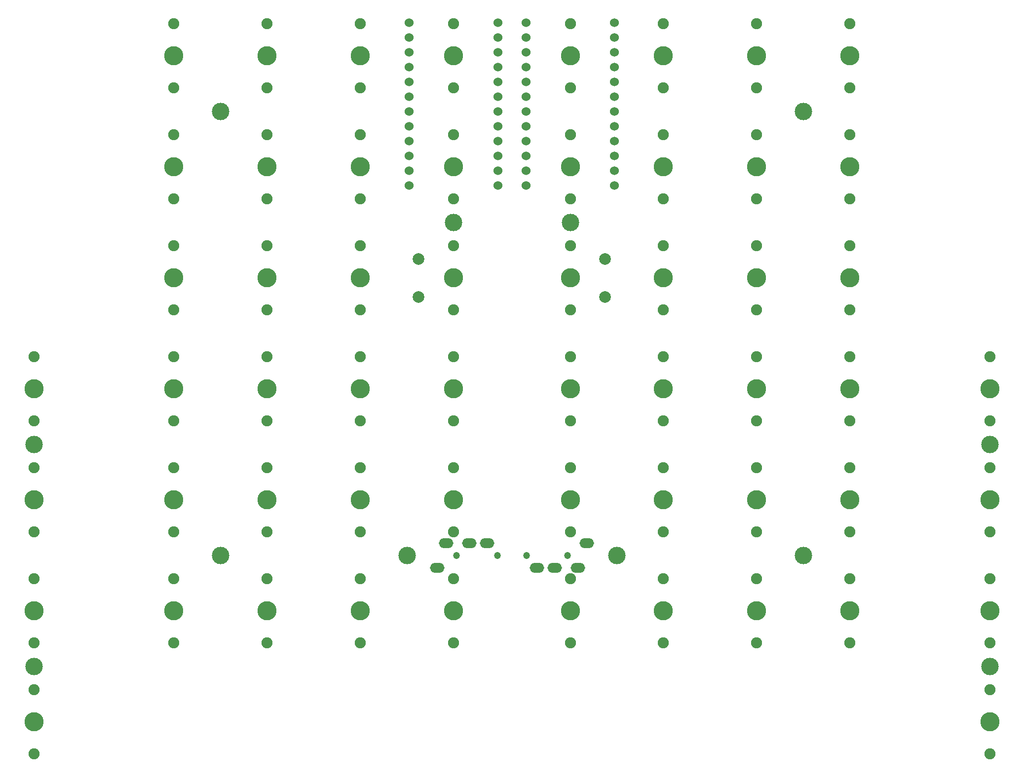
<source format=gbr>
%TF.GenerationSoftware,KiCad,Pcbnew,5.1.9+dfsg1-1*%
%TF.CreationDate,2021-04-08T16:28:42+09:00*%
%TF.ProjectId,not_enough_compositions,6e6f745f-656e-46f7-9567-685f636f6d70,rev?*%
%TF.SameCoordinates,Original*%
%TF.FileFunction,Soldermask,Top*%
%TF.FilePolarity,Negative*%
%FSLAX46Y46*%
G04 Gerber Fmt 4.6, Leading zero omitted, Abs format (unit mm)*
G04 Created by KiCad (PCBNEW 5.1.9+dfsg1-1) date 2021-04-08 16:28:42*
%MOMM*%
%LPD*%
G01*
G04 APERTURE LIST*
%ADD10C,3.000000*%
%ADD11O,2.500000X1.700000*%
%ADD12C,1.200000*%
%ADD13C,2.000000*%
%ADD14C,1.524000*%
%ADD15C,1.900000*%
%ADD16C,3.300000*%
G04 APERTURE END LIST*
D10*
%TO.C,REF\u002A\u002A*%
X222000000Y-142875600D03*
%TD*%
%TO.C,REF\u002A\u002A*%
X222000000Y-104775440D03*
%TD*%
%TO.C,REF\u002A\u002A*%
X190000000Y-123825520D03*
%TD*%
%TO.C,REF\u002A\u002A*%
X190000000Y-47625200D03*
%TD*%
%TO.C,REF\u002A\u002A*%
X158000000Y-123825520D03*
%TD*%
%TO.C,REF\u002A\u002A*%
X150000000Y-66675280D03*
%TD*%
%TO.C,REF\u002A\u002A*%
X122000000Y-123825520D03*
%TD*%
%TO.C,REF\u002A\u002A*%
X130000000Y-66675280D03*
%TD*%
%TO.C,REF\u002A\u002A*%
X90000000Y-47625200D03*
%TD*%
%TO.C,REF\u002A\u002A*%
X90000000Y-123825520D03*
%TD*%
%TO.C,REF\u002A\u002A*%
X58000000Y-142875600D03*
%TD*%
%TO.C,REF\u002A\u002A*%
X58000000Y-104775440D03*
%TD*%
D11*
%TO.C,J1*%
X127200000Y-125925000D03*
X128700000Y-121725000D03*
X132700000Y-121725000D03*
X135700000Y-121725000D03*
D12*
X130500000Y-123825000D03*
X137500000Y-123825000D03*
%TD*%
D11*
%TO.C,J2*%
X152800000Y-121725520D03*
X151300000Y-125925520D03*
X147300000Y-125925520D03*
X144300000Y-125925520D03*
D12*
X149500000Y-123825520D03*
X142500000Y-123825520D03*
%TD*%
D13*
%TO.C,SW1*%
X124000000Y-79450320D03*
X124000000Y-72950320D03*
%TD*%
%TO.C,SW2*%
X156000000Y-79450320D03*
X156000000Y-72950320D03*
%TD*%
D14*
%TO.C,U1*%
X137608600Y-32397160D03*
X137608600Y-34937160D03*
X137608600Y-37477160D03*
X137608600Y-40017160D03*
X137608600Y-42557160D03*
X137608600Y-45097160D03*
X137608600Y-47637160D03*
X137608600Y-50177160D03*
X137608600Y-52717160D03*
X137608600Y-55257160D03*
X137608600Y-57797160D03*
X137608600Y-60337160D03*
X122388600Y-60337160D03*
X122388600Y-57797160D03*
X122388600Y-55257160D03*
X122388600Y-52717160D03*
X122388600Y-50177160D03*
X122388600Y-47637160D03*
X122388600Y-45097160D03*
X122388600Y-42557160D03*
X122388600Y-40017160D03*
X122388600Y-37477160D03*
X122388600Y-34937160D03*
X122388600Y-32397160D03*
%TD*%
%TO.C,U2*%
X157608600Y-32397160D03*
X157608600Y-34937160D03*
X157608600Y-37477160D03*
X157608600Y-40017160D03*
X157608600Y-42557160D03*
X157608600Y-45097160D03*
X157608600Y-47637160D03*
X157608600Y-50177160D03*
X157608600Y-52717160D03*
X157608600Y-55257160D03*
X157608600Y-57797160D03*
X157608600Y-60337160D03*
X142388600Y-60337160D03*
X142388600Y-57797160D03*
X142388600Y-55257160D03*
X142388600Y-52717160D03*
X142388600Y-50177160D03*
X142388600Y-47637160D03*
X142388600Y-45097160D03*
X142388600Y-42557160D03*
X142388600Y-40017160D03*
X142388600Y-37477160D03*
X142388600Y-34937160D03*
X142388600Y-32397160D03*
%TD*%
D15*
%TO.C,SW3*%
X130000000Y-43600000D03*
D16*
X130000000Y-38100000D03*
D15*
X130000000Y-32600000D03*
%TD*%
%TO.C,SW4*%
X130000000Y-51650000D03*
D16*
X130000000Y-57150000D03*
D15*
X130000000Y-62650000D03*
%TD*%
%TO.C,SW5*%
X130000000Y-81700000D03*
D16*
X130000000Y-76200000D03*
D15*
X130000000Y-70700000D03*
%TD*%
%TO.C,SW6*%
X130000000Y-89750000D03*
D16*
X130000000Y-95250000D03*
D15*
X130000000Y-100750000D03*
%TD*%
%TO.C,SW7*%
X130000000Y-108800000D03*
D16*
X130000000Y-114300000D03*
D15*
X130000000Y-119800000D03*
%TD*%
%TO.C,SW8*%
X130000000Y-138850000D03*
D16*
X130000000Y-133350000D03*
D15*
X130000000Y-127850000D03*
%TD*%
%TO.C,SW9*%
X150000000Y-138850560D03*
D16*
X150000000Y-133350560D03*
D15*
X150000000Y-127850560D03*
%TD*%
%TO.C,SW10*%
X150000000Y-108800480D03*
D16*
X150000000Y-114300480D03*
D15*
X150000000Y-119800480D03*
%TD*%
%TO.C,SW11*%
X150000000Y-100750400D03*
D16*
X150000000Y-95250400D03*
D15*
X150000000Y-89750400D03*
%TD*%
%TO.C,SW12*%
X150000000Y-70700320D03*
D16*
X150000000Y-76200320D03*
D15*
X150000000Y-81700320D03*
%TD*%
%TO.C,SW13*%
X150000000Y-62650240D03*
D16*
X150000000Y-57150240D03*
D15*
X150000000Y-51650240D03*
%TD*%
%TO.C,SW14*%
X150000000Y-32600160D03*
D16*
X150000000Y-38100160D03*
D15*
X150000000Y-43600160D03*
%TD*%
%TO.C,SW15*%
X114000000Y-32600000D03*
D16*
X114000000Y-38100000D03*
D15*
X114000000Y-43600000D03*
%TD*%
%TO.C,SW16*%
X114000000Y-51650000D03*
D16*
X114000000Y-57150000D03*
D15*
X114000000Y-62650000D03*
%TD*%
%TO.C,SW17*%
X114000000Y-81700000D03*
D16*
X114000000Y-76200000D03*
D15*
X114000000Y-70700000D03*
%TD*%
%TO.C,SW18*%
X114000000Y-100750000D03*
D16*
X114000000Y-95250000D03*
D15*
X114000000Y-89750000D03*
%TD*%
%TO.C,SW19*%
X114000000Y-108800000D03*
D16*
X114000000Y-114300000D03*
D15*
X114000000Y-119800000D03*
%TD*%
%TO.C,SW20*%
X114000000Y-138850000D03*
D16*
X114000000Y-133350000D03*
D15*
X114000000Y-127850000D03*
%TD*%
%TO.C,SW21*%
X166000000Y-138850560D03*
D16*
X166000000Y-133350560D03*
D15*
X166000000Y-127850560D03*
%TD*%
%TO.C,SW22*%
X166000000Y-108800480D03*
D16*
X166000000Y-114300480D03*
D15*
X166000000Y-119800480D03*
%TD*%
%TO.C,SW23*%
X166000000Y-100750400D03*
D16*
X166000000Y-95250400D03*
D15*
X166000000Y-89750400D03*
%TD*%
%TO.C,SW24*%
X166000000Y-70700320D03*
D16*
X166000000Y-76200320D03*
D15*
X166000000Y-81700320D03*
%TD*%
%TO.C,SW25*%
X166000000Y-62650240D03*
D16*
X166000000Y-57150240D03*
D15*
X166000000Y-51650240D03*
%TD*%
%TO.C,SW26*%
X166000000Y-32600160D03*
D16*
X166000000Y-38100160D03*
D15*
X166000000Y-43600160D03*
%TD*%
%TO.C,SW27*%
X98000000Y-32600000D03*
D16*
X98000000Y-38100000D03*
D15*
X98000000Y-43600000D03*
%TD*%
%TO.C,SW28*%
X98000000Y-62650000D03*
D16*
X98000000Y-57150000D03*
D15*
X98000000Y-51650000D03*
%TD*%
%TO.C,SW29*%
X98000000Y-70700000D03*
D16*
X98000000Y-76200000D03*
D15*
X98000000Y-81700000D03*
%TD*%
%TO.C,SW30*%
X98000000Y-100750000D03*
D16*
X98000000Y-95250000D03*
D15*
X98000000Y-89750000D03*
%TD*%
%TO.C,SW31*%
X98000000Y-108800000D03*
D16*
X98000000Y-114300000D03*
D15*
X98000000Y-119800000D03*
%TD*%
%TO.C,SW32*%
X98000000Y-138850000D03*
D16*
X98000000Y-133350000D03*
D15*
X98000000Y-127850000D03*
%TD*%
%TO.C,SW33*%
X182000000Y-138850560D03*
D16*
X182000000Y-133350560D03*
D15*
X182000000Y-127850560D03*
%TD*%
%TO.C,SW34*%
X182000000Y-108800480D03*
D16*
X182000000Y-114300480D03*
D15*
X182000000Y-119800480D03*
%TD*%
%TO.C,SW35*%
X182000000Y-100750400D03*
D16*
X182000000Y-95250400D03*
D15*
X182000000Y-89750400D03*
%TD*%
%TO.C,SW36*%
X182000000Y-70700320D03*
D16*
X182000000Y-76200320D03*
D15*
X182000000Y-81700320D03*
%TD*%
%TO.C,SW37*%
X182000000Y-62650240D03*
D16*
X182000000Y-57150240D03*
D15*
X182000000Y-51650240D03*
%TD*%
%TO.C,SW38*%
X182000000Y-32600160D03*
D16*
X182000000Y-38100160D03*
D15*
X182000000Y-43600160D03*
%TD*%
%TO.C,SW39*%
X82000000Y-43600000D03*
D16*
X82000000Y-38100000D03*
D15*
X82000000Y-32600000D03*
%TD*%
%TO.C,SW40*%
X82000000Y-51650000D03*
D16*
X82000000Y-57150000D03*
D15*
X82000000Y-62650000D03*
%TD*%
%TO.C,SW41*%
X82000000Y-81700000D03*
D16*
X82000000Y-76200000D03*
D15*
X82000000Y-70700000D03*
%TD*%
%TO.C,SW42*%
X82000000Y-89750000D03*
D16*
X82000000Y-95250000D03*
D15*
X82000000Y-100750000D03*
%TD*%
%TO.C,SW43*%
X82000000Y-119800000D03*
D16*
X82000000Y-114300000D03*
D15*
X82000000Y-108800000D03*
%TD*%
%TO.C,SW44*%
X82000000Y-127850000D03*
D16*
X82000000Y-133350000D03*
D15*
X82000000Y-138850000D03*
%TD*%
%TO.C,SW45*%
X198000000Y-127850560D03*
D16*
X198000000Y-133350560D03*
D15*
X198000000Y-138850560D03*
%TD*%
%TO.C,SW46*%
X198000000Y-119800480D03*
D16*
X198000000Y-114300480D03*
D15*
X198000000Y-108800480D03*
%TD*%
%TO.C,SW47*%
X198000000Y-100750400D03*
D16*
X198000000Y-95250400D03*
D15*
X198000000Y-89750400D03*
%TD*%
%TO.C,SW48*%
X198000000Y-70700320D03*
D16*
X198000000Y-76200320D03*
D15*
X198000000Y-81700320D03*
%TD*%
%TO.C,SW49*%
X198000000Y-51650240D03*
D16*
X198000000Y-57150240D03*
D15*
X198000000Y-62650240D03*
%TD*%
%TO.C,SW50*%
X198000000Y-43600160D03*
D16*
X198000000Y-38100160D03*
D15*
X198000000Y-32600160D03*
%TD*%
%TO.C,SW51*%
X58000000Y-100750000D03*
D16*
X58000000Y-95250000D03*
D15*
X58000000Y-89750000D03*
%TD*%
%TO.C,SW52*%
X58000000Y-108800000D03*
D16*
X58000000Y-114300000D03*
D15*
X58000000Y-119800000D03*
%TD*%
%TO.C,SW53*%
X58000000Y-138850000D03*
D16*
X58000000Y-133350000D03*
D15*
X58000000Y-127850000D03*
%TD*%
%TO.C,SW54*%
X58000000Y-146900000D03*
D16*
X58000000Y-152400000D03*
D15*
X58000000Y-157900000D03*
%TD*%
%TO.C,SW55*%
X222000000Y-127850000D03*
D16*
X222000000Y-133350000D03*
D15*
X222000000Y-138850000D03*
%TD*%
%TO.C,SW56*%
X222000000Y-157900000D03*
D16*
X222000000Y-152400000D03*
D15*
X222000000Y-146900000D03*
%TD*%
%TO.C,SW57*%
X222000000Y-89750000D03*
D16*
X222000000Y-95250000D03*
D15*
X222000000Y-100750000D03*
%TD*%
%TO.C,SW58*%
X222000000Y-119800000D03*
D16*
X222000000Y-114300000D03*
D15*
X222000000Y-108800000D03*
%TD*%
M02*

</source>
